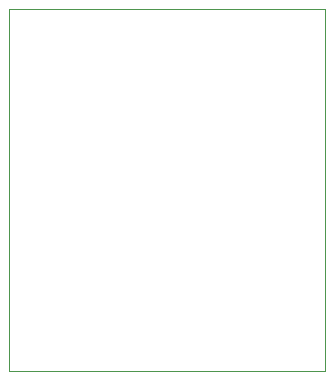
<source format=gbr>
%TF.GenerationSoftware,KiCad,Pcbnew,(6.0.11-0)*%
%TF.CreationDate,2023-02-13T11:24:02+01:00*%
%TF.ProjectId,vectrex_joystick,76656374-7265-4785-9f6a-6f7973746963,rev?*%
%TF.SameCoordinates,Original*%
%TF.FileFunction,Profile,NP*%
%FSLAX46Y46*%
G04 Gerber Fmt 4.6, Leading zero omitted, Abs format (unit mm)*
G04 Created by KiCad (PCBNEW (6.0.11-0)) date 2023-02-13 11:24:02*
%MOMM*%
%LPD*%
G01*
G04 APERTURE LIST*
%TA.AperFunction,Profile*%
%ADD10C,0.100000*%
%TD*%
G04 APERTURE END LIST*
D10*
X69138800Y-93903800D02*
X95910400Y-93903800D01*
X95910400Y-93903800D02*
X95910400Y-124561600D01*
X95910400Y-124561600D02*
X69138800Y-124561600D01*
X69138800Y-124561600D02*
X69138800Y-93903800D01*
M02*

</source>
